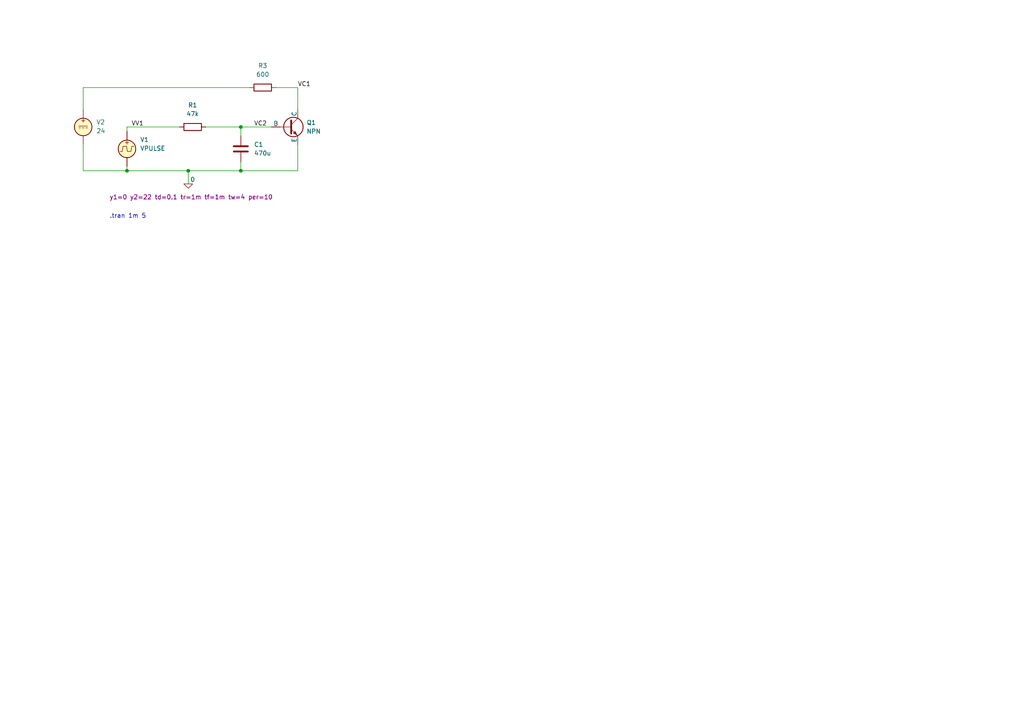
<source format=kicad_sch>
(kicad_sch (version 20230121) (generator eeschema)
  (paper "A4")
  (lib_symbols
    (symbol "Device:C" (pin_numbers hide) (pin_names (offset 0.254))
      (property "Reference" "C" (at 0.635 2.54 0))
      (property "Value" "C" (at 0.635 -2.54 0))
      (symbol "C_0_1"
        (polyline (pts (xy -2.032 -0.762) (xy 2.032 -0.762)) (stroke (width 0.508)))
        (polyline (pts (xy -2.032 0.762) (xy 2.032 0.762)) (stroke (width 0.508)))
      )
      (symbol "C_1_1"
        (pin passive line (at 0 3.81 270) (length 2.794) (name "~") (number "1"))
        (pin passive line (at 0 -3.81 90) (length 2.794) (name "~") (number "2"))
      )
    )
    (symbol "Device:R" (pin_numbers hide) (pin_names (offset 0))
      (property "Reference" "R" (at 2.032 0 90))
      (property "Value" "R" (at 0 0 90))
      (symbol "R_0_1"
        (rectangle (start -1.016 -2.54) (end 1.016 2.54) (stroke (width 0.254)))
      )
      (symbol "R_1_1"
        (pin passive line (at 0 3.81 270) (length 1.27) (name "~") (number "1"))
        (pin passive line (at 0 -3.81 90) (length 1.27) (name "~") (number "2"))
      )
    )
    (symbol "Simulation_SPICE:0" (power) (pin_names (offset 0))
      (property "Value" "0" (at 0 -1.778 0))
      (symbol "0_0_1"
        (polyline (pts (xy -1.27 0) (xy 0 -1.27) (xy 1.27 0) (xy -1.27 0)))
      )
      (symbol "0_1_1"
        (pin power_in line (at 0 0 0) (length 0) hide (name "0") (number "1"))
      )
    )
    (symbol "Simulation_SPICE:NPN" (pin_numbers hide) (pin_names (offset 0))
      (property "Reference" "Q" (at -2.54 7.62 0))
      (property "Value" "NPN" (at -2.54 5.08 0))
      (symbol "NPN_0_1"
        (polyline (pts (xy -2.54 0) (xy 0.635 0)) (stroke (width 0.1524)))
        (polyline (pts (xy 0.635 0.635) (xy 2.54 2.54)))
        (polyline (pts (xy 2.794 -1.27) (xy 2.794 -1.27)) (stroke (width 0.1524)))
        (polyline (pts (xy 2.794 -1.27) (xy 2.794 -1.27)) (stroke (width 0.1524)))
        (polyline (pts (xy 0.635 -0.635) (xy 2.54 -2.54) (xy 2.54 -2.54)))
        (polyline (pts (xy 0.635 1.905) (xy 0.635 -1.905) (xy 0.635 -1.905)) (stroke (width 0.508)))
        (polyline (pts (xy 1.27 -1.778) (xy 1.778 -1.27) (xy 2.286 -2.286) (xy 1.27 -1.778) (xy 1.27 -1.778)) (fill (type outline)))
        (circle (center 1.27 0) (radius 2.8194) (stroke (width 0.254)))
      )
      (symbol "NPN_1_1"
        (pin open_collector line (at 2.54 5.08 270) (length 2.54) (name "C") (number "1"))
        (pin input line (at -5.08 0 0) (length 2.54) (name "B") (number "2"))
        (pin open_emitter line (at 2.54 -5.08 90) (length 2.54) (name "E") (number "3"))
      )
    )
    (symbol "Simulation_SPICE:VDC" (pin_numbers hide) (pin_names (offset 0.0254))
      (property "Reference" "V" (at 2.54 2.54 0))
      (property "Value" "1" (at 2.54 0 0))
      (symbol "VDC_0_0"
        (polyline (pts (xy -1.27 0.254) (xy 1.27 0.254)))
        (polyline (pts (xy -0.762 -0.254) (xy -1.27 -0.254)))
        (polyline (pts (xy 0.254 -0.254) (xy -0.254 -0.254)))
        (polyline (pts (xy 1.27 -0.254) (xy 0.762 -0.254)))
        (text "+" (at 0 1.905 0) (effects (font (size 1.27 1.27))))
      )
      (symbol "VDC_0_1"
        (circle (center 0 0) (radius 2.54) (stroke (width 0.254)) (fill (type background)))
      )
      (symbol "VDC_1_1"
        (pin passive line (at 0 5.08 270) (length 2.54) (name "~") (number "1"))
        (pin passive line (at 0 -5.08 90) (length 2.54) (name "~") (number "2"))
      )
    )
    (symbol "Simulation_SPICE:VPULSE" (pin_numbers hide) (pin_names (offset 0.0254))
      (property "Reference" "V" (at 2.54 2.54 0))
      (property "Value" "VPULSE" (at 2.54 0 0))
      (property "Sim.Params" "y1=0 y2=1 td=2n tr=2n tf=2n tw=50n per=100n" (at 2.54 -2.54 0))
      (symbol "VPULSE_0_0"
        (polyline (pts (xy -2.032 -0.762) (xy -1.397 -0.762) (xy -1.143 0.762) (xy -0.127 0.762) (xy 0.127 -0.762) (xy 1.143 -0.762) (xy 1.397 0.762) (xy 2.032 0.762)))
        (text "+" (at 0 1.905 0) (effects (font (size 1.27 1.27))))
      )
      (symbol "VPULSE_0_1"
        (circle (center 0 0) (radius 2.54) (stroke (width 0.254)) (fill (type background)))
      )
      (symbol "VPULSE_1_1"
        (pin passive line (at 0 5.08 270) (length 2.54) (name "~") (number "1"))
        (pin passive line (at 0 -5.08 90) (length 2.54) (name "~") (number "2"))
      )
    )
  )
  (junction (at 69.85 49.53))
  (junction (at 69.85 36.83))
  (junction (at 54.61 49.53))
  (junction (at 36.83 49.53))
  (wire (pts (xy 69.85 36.83) (xy 69.85 39.37)))
  (wire (pts (xy 69.85 36.83) (xy 78.74 36.83)))
  (wire (pts (xy 36.83 49.53) (xy 36.83 48.26)))
  (wire (pts (xy 54.61 53.34) (xy 54.61 49.53)))
  (wire (pts (xy 54.61 49.53) (xy 69.85 49.53)))
  (wire (pts (xy 24.13 31.75) (xy 24.13 25.4)))
  (wire (pts (xy 59.69 36.83) (xy 69.85 36.83)))
  (wire (pts (xy 69.85 46.99) (xy 69.85 49.53)))
  (wire (pts (xy 24.13 49.53) (xy 36.83 49.53)))
  (wire (pts (xy 86.36 41.91) (xy 86.36 49.53)))
  (wire (pts (xy 24.13 41.91) (xy 24.13 49.53)))
  (wire (pts (xy 24.13 25.4) (xy 72.39 25.4)))
  (wire (pts (xy 80.01 25.4) (xy 86.36 25.4)))
  (wire (pts (xy 86.36 25.4) (xy 86.36 31.75)))
  (wire (pts (xy 36.83 36.83) (xy 52.07 36.83)))
  (wire (pts (xy 69.85 49.53) (xy 86.36 49.53)))
  (wire (pts (xy 36.83 49.53) (xy 54.61 49.53)))
  (wire (pts (xy 36.83 36.83) (xy 36.83 38.1)))
  (text ".tran 1m 5" (at 31.75 63.5 0) (effects (font (size 1.27 1.27)) (justify left bottom)))
  (label "VV1" (at 38.1 36.83 0))
  (label "VC1" (at 86.36 25.4 0))
  (label "VC2" (at 73.66 36.83 0))
  (symbol (lib_id "Device:R") (at 55.88 36.83 90) (unit 1)
    (property "Reference" "R1" (at 55.88 30.48 90))
    (property "Value" "47k" (at 55.88 33.02 90))
  )
  (symbol (lib_id "Simulation_SPICE:0") (at 54.61 53.34 0) (unit 1)
    (property "Reference" "#GND01" (effects hide))
    (property "Value" "0" (at 55.88 52.07 0))
  )
  (symbol (lib_id "Device:R") (at 76.2 25.4 90) (unit 1)
    (property "Reference" "R3" (at 76.2 19.05 90))
    (property "Value" "600" (at 76.2 21.59 90))
  )
  (symbol (lib_id "Simulation_SPICE:VPULSE") (at 36.83 43.18 0) (unit 1)
    (property "Reference" "V1" (at 40.64 40.5102 0) (effects (justify left)))
    (property "Value" "VPULSE" (at 40.64 43.0502 0) (effects (justify left)))
    (property "Sim.Pins" "1=+ 2=-" (effects hide))
    (property "Sim.Type" "PULSE" (effects hide))
    (property "Sim.Device" "V" (effects hide))
    (property "Sim.Params" "y1=0 y2=22 td=0.1 tr=1m tf=1m tw=4 per=10" (at 31.75 57.15 0) (effects (justify left)))
  )
  (symbol (lib_id "Device:C") (at 69.85 43.18 0) (unit 1)
    (property "Reference" "C1" (at 73.66 41.91 0) (effects (justify left)))
    (property "Value" "470u" (at 73.66 44.45 0) (effects (justify left)))
  )
  (symbol (lib_id "Simulation_SPICE:VDC") (at 24.13 36.83 0) (unit 1)
    (property "Reference" "V2" (at 27.94 35.4302 0) (effects (justify left)))
    (property "Value" "24" (at 27.94 37.9702 0) (effects (justify left)))
    (property "Sim.Pins" "1=+ 2=-" (effects hide))
    (property "Sim.Type" "DC" (effects hide))
    (property "Sim.Device" "V" (effects hide))
  )
  (symbol (lib_id "Simulation_SPICE:NPN") (at 83.82 36.83 0) (unit 1)
    (property "Reference" "Q1" (at 88.9 35.56 0) (effects (justify left)))
    (property "Value" "NPN" (at 88.9 38.1 0) (effects (justify left)))
    (property "Sim.Device" "NPN" (effects hide))
    (property "Sim.Type" "GUMMELPOON" (effects hide))
    (property "Sim.Pins" "1=C 2=B 3=E" (effects hide))
    (property "Sim.Library" "2N4401.lib" (effects hide))
    (property "Sim.Name" "2N4401" (effects hide))
  )
)
</source>
